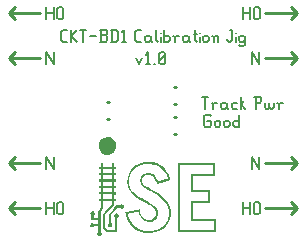
<source format=gbr>
G04 start of page 9 for group -4079 idx -4079 *
G04 Title: (unknown), topsilk *
G04 Creator: pcb 20140316 *
G04 CreationDate: Thu 02 Jul 2020 08:46:43 PM GMT UTC *
G04 For: railfan *
G04 Format: Gerber/RS-274X *
G04 PCB-Dimensions (mil): 1000.00 900.00 *
G04 PCB-Coordinate-Origin: lower left *
%MOIN*%
%FSLAX25Y25*%
%LNTOPSILK*%
%ADD27C,0.0080*%
%ADD26C,0.0100*%
%ADD25C,0.0001*%
G54D25*G36*
X32043Y3209D02*X31647Y3480D01*
X31511Y3925D01*
X31565Y4240D01*
X31761Y4490D01*
X31891Y4604D01*
Y6486D01*
X31218D01*
X30741Y6481D01*
X30545Y6464D01*
X30453Y6340D01*
X30100Y6117D01*
X29672D01*
X29373Y6307D01*
X29189Y6600D01*
X29162Y6931D01*
X29270Y7224D01*
X29487Y7446D01*
X29802Y7566D01*
X30182Y7512D01*
X30491Y7273D01*
X30556Y7175D01*
X31224D01*
X31891Y7170D01*
Y8667D01*
X29558D01*
Y9400D01*
X29553Y10127D01*
X29455Y10197D01*
X29287Y10376D01*
X29178Y10593D01*
X29189Y11027D01*
X29373Y11315D01*
X29661Y11494D01*
X29997Y11526D01*
X30290Y11423D01*
X30513Y11201D01*
X30632Y10881D01*
X30578Y10506D01*
X30339Y10197D01*
X30242Y10127D01*
Y9351D01*
X31891D01*
Y11656D01*
X32357Y12248D01*
X32829Y12839D01*
Y14906D01*
X31918D01*
Y15693D01*
X36302D01*
Y17066D01*
X33486D01*
Y15693D01*
X32829D01*
Y17066D01*
X31918D01*
Y17825D01*
X32819D01*
Y19192D01*
X33502Y19219D01*
X33497Y18557D01*
X33491Y18086D01*
X33502Y17868D01*
X33567Y17858D01*
X33790Y17847D01*
X34224Y17841D01*
X34907Y17836D01*
X36302D01*
Y19219D01*
X33502D01*
X32819Y19192D01*
X31918D01*
Y19952D01*
X32829D01*
X33486Y19979D01*
X36302D01*
Y21352D01*
X33486D01*
Y19979D01*
X32829Y19952D01*
Y21324D01*
X31918D01*
Y22084D01*
X32819D01*
X32829Y23462D01*
X33486Y23505D01*
Y22827D01*
X33491Y22344D01*
X33508Y22127D01*
X33920Y22117D01*
X34907Y22111D01*
X36291D01*
X36296Y22800D01*
Y22816D01*
X36307Y23505D01*
X33486D01*
X32829Y23462D01*
X31918D01*
Y24222D01*
X32819D01*
Y25594D01*
X33502Y25648D01*
X33497Y24992D01*
X33491Y24515D01*
X33502Y24297D01*
X33567Y24287D01*
X33790Y24276D01*
X34224Y24270D01*
X34907Y24265D01*
X36307D01*
X36296Y24959D01*
X36291Y25648D01*
X33502D01*
X32819Y25594D01*
X31918D01*
Y26354D01*
X32829D01*
Y27596D01*
X33486D01*
Y26354D01*
X36302D01*
Y27596D01*
X36991D01*
Y26354D01*
X37902D01*
Y25594D01*
X36991D01*
Y24194D01*
X37902D01*
Y23435D01*
X36991D01*
Y22041D01*
X37902D01*
Y21281D01*
X36991D01*
Y19908D01*
X37902D01*
Y19149D01*
X36991D01*
Y17755D01*
X37902D01*
Y16995D01*
X36991D01*
Y15622D01*
X37902D01*
Y14836D01*
X36991D01*
X36985Y14250D01*
Y13658D01*
X35569Y11868D01*
X34148Y10083D01*
Y6074D01*
X35124Y5097D01*
X37544D01*
Y7219D01*
X37539Y8043D01*
Y8716D01*
X37533Y9172D01*
X37528Y9334D01*
X37403Y9427D01*
X37159Y9893D01*
X37294Y10409D01*
X37870Y10718D01*
X38472Y10447D01*
X38629Y9882D01*
X38331Y9372D01*
X38233Y9302D01*
Y4414D01*
X34842D01*
X33486Y5770D01*
Y10344D01*
X34896Y12123D01*
X36302Y13903D01*
Y14841D01*
X33486D01*
Y12503D01*
X32574Y11353D01*
Y4522D01*
X32640Y4490D01*
X32819Y4321D01*
X32949Y4088D01*
X32916Y3573D01*
X32569Y3193D01*
X32303Y3133D01*
X32043Y3144D01*
Y3209D01*
G37*
G36*
X47885Y4229D02*X46067Y4571D01*
X44483Y5293D01*
X43376Y6171D01*
X42432Y7278D01*
X41570Y8841D01*
X40924Y10696D01*
X40826Y11065D01*
X43246Y11581D01*
X44179Y11781D01*
X44955Y11944D01*
X45481Y12047D01*
X45682Y12080D01*
X45736Y11868D01*
X45785Y11618D01*
X45867Y11282D01*
X46230Y10257D01*
X46745Y9432D01*
X47391Y8824D01*
X48162Y8461D01*
X48400Y8418D01*
X48796Y8401D01*
X49187Y8418D01*
X49442Y8461D01*
X50462Y9047D01*
X51021Y10083D01*
X51075Y10712D01*
X51021Y11309D01*
X51623Y11483D01*
X51661Y10067D01*
X51303Y9117D01*
X50673Y8385D01*
X49816Y7924D01*
X48780Y7756D01*
X47451Y8059D01*
X46382Y8884D01*
X45590Y10127D01*
X45389Y10653D01*
X45243Y11157D01*
X45194Y11326D01*
X45145Y11342D01*
X44993Y11315D01*
X44635Y11239D01*
X44109Y11125D01*
X43479Y10989D01*
X42329Y10745D01*
X41792Y10626D01*
X41629Y10577D01*
Y10544D01*
X41678Y10360D01*
X41803Y9991D01*
X41949Y9584D01*
X42074Y9258D01*
X43072Y7479D01*
X44358Y6150D01*
X45932Y5282D01*
X47803Y4864D01*
X48199Y4853D01*
X48747D01*
X49295Y4869D01*
X49718Y4902D01*
X51048Y5157D01*
X52209Y5591D01*
X53109Y6123D01*
X53863Y6779D01*
X54466Y7560D01*
X54932Y8466D01*
X55160Y9161D01*
X55317Y9947D01*
X55366Y10902D01*
X55317Y11836D01*
X55090Y12823D01*
X54732Y13713D01*
X54211Y14532D01*
X53527Y15313D01*
X52827Y15959D01*
X52019Y16556D01*
X50945Y17217D01*
X49453Y18047D01*
X48308Y18682D01*
X47516Y19160D01*
X46963Y19561D01*
X46534Y19963D01*
X45986Y20749D01*
X45818Y21617D01*
X45964Y22659D01*
X46398Y23473D01*
X47103Y24037D01*
X48058Y24319D01*
X48639Y24336D01*
X49214Y24270D01*
X49984Y23977D01*
X50652Y23451D01*
X51227Y22686D01*
X51721Y21666D01*
X51807Y21466D01*
X51867Y21422D01*
X52030Y21471D01*
X52409Y21574D01*
X52919Y21726D01*
X53505Y21894D01*
X54081Y22062D01*
X54580Y22214D01*
X54938Y22317D01*
X55079Y22361D01*
X55052Y22485D01*
X54965Y22762D01*
X54840Y23104D01*
X54721Y23419D01*
X54043Y24634D01*
X53153Y25638D01*
X52079Y26413D01*
X50825Y26940D01*
X49068Y27243D01*
X47147Y27157D01*
X45400Y26696D01*
X44000Y25860D01*
X43300Y25133D01*
X42758Y24249D01*
X42389Y23223D01*
X42188Y22073D01*
X42161Y21297D01*
X42199Y20587D01*
X42438Y19605D01*
X42877Y18699D01*
X43517Y17858D01*
X44380Y17066D01*
X44922Y16659D01*
X45552Y16246D01*
X46355Y15769D01*
X47440Y15161D01*
X48167Y14760D01*
X48709Y14451D01*
X49133Y14196D01*
X49507Y13957D01*
X50939Y12747D01*
X51623Y11483D01*
X51021Y11309D01*
X50424Y12378D01*
X49165Y13425D01*
X48802Y13658D01*
X48395Y13903D01*
X47879Y14196D01*
X47185Y14575D01*
X45807Y15351D01*
X44792Y15980D01*
X44017Y16545D01*
X43360Y17125D01*
X42611Y17966D01*
X42074Y18850D01*
X41656Y20033D01*
X41526Y21346D01*
X41618Y22632D01*
X41911Y23831D01*
X42671Y25355D01*
X43832Y26538D01*
X45362Y27363D01*
X47234Y27802D01*
X48693Y27884D01*
X50077Y27759D01*
X51352Y27433D01*
X52491Y26907D01*
X53630Y26061D01*
X54569Y24976D01*
X55296Y23674D01*
X55789Y22171D01*
X55849Y21916D01*
X53647Y21276D01*
X52784Y21032D01*
X52079Y20831D01*
X51601Y20701D01*
X51422Y20657D01*
X51346Y20858D01*
X51118Y21460D01*
X50858Y22035D01*
X50098Y23104D01*
X49149Y23636D01*
X48514Y23701D01*
X47863Y23652D01*
X47006Y23180D01*
X46669Y22719D01*
X46485Y22122D01*
X46447Y21639D01*
X46485Y21227D01*
X46832Y20576D01*
X47559Y19908D01*
X47912Y19664D01*
X48351Y19388D01*
X48926Y19062D01*
X49697Y18639D01*
X50565Y18167D01*
X51248Y17782D01*
X51807Y17451D01*
X52285Y17142D01*
X53511Y16214D01*
X54477Y15226D01*
X55204Y14174D01*
X55692Y13034D01*
X55968Y11662D01*
X55974Y10230D01*
X55719Y8830D01*
X55209Y7566D01*
X54412Y6448D01*
X53370Y5537D01*
X52100Y4859D01*
X50635Y4414D01*
X49257Y4240D01*
X47885Y4235D01*
Y4229D01*
G37*
G36*
X58470Y16035D02*X59110Y16040D01*
X59104Y5141D01*
X70530D01*
Y8298D01*
X62756D01*
Y14819D01*
X68441D01*
Y17988D01*
X62756D01*
Y23771D01*
X70216D01*
Y26940D01*
X59121D01*
X59110Y16040D01*
X58470Y16035D01*
Y27564D01*
X70850D01*
Y23153D01*
X63390D01*
Y18633D01*
X69071D01*
Y14223D01*
X63407D01*
X63396Y11591D01*
X63390Y8960D01*
X71154D01*
Y4522D01*
X58470D01*
Y16035D01*
G37*
G36*
X35607Y6123D02*X35325Y6312D01*
X35146Y6600D01*
X35141Y7034D01*
X35368Y7387D01*
X35499Y7479D01*
X35510Y7940D01*
X35515Y9052D01*
Y10626D01*
X36611Y12004D01*
X37701Y13387D01*
X39031D01*
X39117Y13507D01*
X39345Y13702D01*
X39497Y13767D01*
X39703Y13778D01*
X39904Y13772D01*
X40056Y13702D01*
X40278Y13512D01*
X40414Y13268D01*
X40430Y12986D01*
X40365Y12714D01*
X40089Y12427D01*
X39703Y12313D01*
X39145Y12562D01*
X39020Y12698D01*
X38032D01*
X37115Y11543D01*
X36204Y10387D01*
Y7490D01*
X36307Y7419D01*
X36567Y7023D01*
X36535Y6524D01*
X36150Y6150D01*
X35607Y6117D01*
Y6123D01*
G37*
G36*
X34441Y30282D02*X33556Y30569D01*
X32791Y31128D01*
X32243Y31860D01*
X31956Y32723D01*
X31918Y33363D01*
X31999Y33982D01*
X32309Y34747D01*
X32829Y35398D01*
X33676Y35973D01*
X34647Y36216D01*
X35656Y36129D01*
X36600Y35702D01*
X37153Y35197D01*
X37577Y34579D01*
X37810Y33895D01*
X37880Y33168D01*
X37772Y32441D01*
X37506Y31768D01*
X37099Y31220D01*
X36584Y30775D01*
X35982Y30455D01*
X35331Y30282D01*
X34880Y30260D01*
X34441Y30282D01*
G37*
G54D26*X87500Y62500D02*X98000D01*
X87500Y77500D02*X98000D01*
X87500Y27500D02*X98000D01*
X87500Y12500D02*X98000D01*
X96000Y14500D01*
X98000Y12500D02*X96000Y10500D01*
X98000Y27500D02*X96000Y29500D01*
X98000Y27500D02*X96000Y25500D01*
X98000Y62500D02*X96000Y64500D01*
X98000Y62500D02*X96000Y60500D01*
X98000Y77500D02*X96000Y79500D01*
X98000Y77500D02*X96000Y75500D01*
X2000Y27500D02*X12500D01*
X2000Y12500D02*X12500D01*
X2000D02*X4000Y14500D01*
X2000Y12500D02*X4000Y10500D01*
X2000Y27500D02*X4000Y29500D01*
X2000Y27500D02*X4000Y25500D01*
X2000Y62500D02*X12500D01*
X2000Y77500D02*X12500D01*
X2000Y62500D02*X4000Y64500D01*
X2000Y77500D02*X4000Y75500D01*
X2000Y62500D02*X4000Y60500D01*
X2000Y77500D02*X4000Y79500D01*
G54D27*X80000D02*Y75500D01*
X82500Y79500D02*Y75500D01*
X80000Y77500D02*X82500D01*
X83700Y79000D02*Y76000D01*
Y79000D02*X84200Y79500D01*
X85200D01*
X85700Y79000D01*
Y76000D01*
X85200Y75500D02*X85700Y76000D01*
X84200Y75500D02*X85200D01*
X83700Y76000D02*X84200Y75500D01*
X80000Y14500D02*Y10500D01*
X82500Y14500D02*Y10500D01*
X80000Y12500D02*X82500D01*
X83700Y14000D02*Y11000D01*
Y14000D02*X84200Y14500D01*
X85200D01*
X85700Y14000D01*
Y11000D01*
X85200Y10500D02*X85700Y11000D01*
X84200Y10500D02*X85200D01*
X83700Y11000D02*X84200Y10500D01*
X83000Y64500D02*Y60500D01*
Y64500D02*X85500Y60500D01*
Y64500D02*Y60500D01*
X83000Y29500D02*Y25500D01*
Y29500D02*X85500Y25500D01*
Y29500D02*Y25500D01*
X20200Y68000D02*X21500D01*
X19500Y68700D02*X20200Y68000D01*
X19500Y71300D02*Y68700D01*
Y71300D02*X20200Y72000D01*
X21500D01*
X22700D02*Y68000D01*
Y70000D02*X24700Y72000D01*
X22700Y70000D02*X24700Y68000D01*
X25900Y72000D02*X27900D01*
X26900D02*Y68000D01*
X29100Y70000D02*X31100D01*
X32300Y68000D02*X34300D01*
X34800Y68500D01*
Y69700D02*Y68500D01*
X34300Y70200D02*X34800Y69700D01*
X32800Y70200D02*X34300D01*
X32800Y72000D02*Y68000D01*
X32300Y72000D02*X34300D01*
X34800Y71500D01*
Y70700D01*
X34300Y70200D02*X34800Y70700D01*
X36500Y72000D02*Y68000D01*
X37800Y72000D02*X38500Y71300D01*
Y68700D01*
X37800Y68000D02*X38500Y68700D01*
X36000Y68000D02*X37800D01*
X36000Y72000D02*X37800D01*
X39700Y71200D02*X40500Y72000D01*
Y68000D01*
X39700D02*X41200D01*
X44900D02*X46200D01*
X44200Y68700D02*X44900Y68000D01*
X44200Y71300D02*Y68700D01*
Y71300D02*X44900Y72000D01*
X46200D01*
X48900Y70000D02*X49400Y69500D01*
X47900Y70000D02*X48900D01*
X47400Y69500D02*X47900Y70000D01*
X47400Y69500D02*Y68500D01*
X47900Y68000D01*
X49400Y70000D02*Y68500D01*
X49900Y68000D01*
X47900D02*X48900D01*
X49400Y68500D01*
X51100Y72000D02*Y68500D01*
X51600Y68000D01*
X52600Y71000D02*Y70900D01*
Y69500D02*Y68000D01*
X53600Y72000D02*Y68000D01*
Y68500D02*X54100Y68000D01*
X55100D01*
X55600Y68500D01*
Y69500D02*Y68500D01*
X55100Y70000D02*X55600Y69500D01*
X54100Y70000D02*X55100D01*
X53600Y69500D02*X54100Y70000D01*
X57300Y69500D02*Y68000D01*
Y69500D02*X57800Y70000D01*
X58800D01*
X56800D02*X57300Y69500D01*
X61500Y70000D02*X62000Y69500D01*
X60500Y70000D02*X61500D01*
X60000Y69500D02*X60500Y70000D01*
X60000Y69500D02*Y68500D01*
X60500Y68000D01*
X62000Y70000D02*Y68500D01*
X62500Y68000D01*
X60500D02*X61500D01*
X62000Y68500D01*
X64200Y72000D02*Y68500D01*
X64700Y68000D01*
X63700Y70500D02*X64700D01*
X65700Y71000D02*Y70900D01*
Y69500D02*Y68000D01*
X66700Y69500D02*Y68500D01*
Y69500D02*X67200Y70000D01*
X68200D01*
X68700Y69500D01*
Y68500D01*
X68200Y68000D02*X68700Y68500D01*
X67200Y68000D02*X68200D01*
X66700Y68500D02*X67200Y68000D01*
X70400Y69500D02*Y68000D01*
Y69500D02*X70900Y70000D01*
X71400D01*
X71900Y69500D01*
Y68000D01*
X69900Y70000D02*X70400Y69500D01*
X75600Y72000D02*X76400D01*
Y68500D01*
X75900Y68000D02*X76400Y68500D01*
X75400Y68000D02*X75900D01*
X74900Y68500D02*X75400Y68000D01*
X74900Y69000D02*Y68500D01*
X77600Y71000D02*Y70900D01*
Y69500D02*Y68000D01*
X80100Y70000D02*X80600Y69500D01*
X79100Y70000D02*X80100D01*
X78600Y69500D02*X79100Y70000D01*
X78600Y69500D02*Y68500D01*
X79100Y68000D01*
X80100D01*
X80600Y68500D01*
X78600Y67000D02*X79100Y66500D01*
X80100D01*
X80600Y67000D01*
Y70000D02*Y67000D01*
X14500Y79500D02*Y75500D01*
X17000Y79500D02*Y75500D01*
X14500Y77500D02*X17000D01*
X18200Y79000D02*Y76000D01*
Y79000D02*X18700Y79500D01*
X19700D01*
X20200Y79000D01*
Y76000D01*
X19700Y75500D02*X20200Y76000D01*
X18700Y75500D02*X19700D01*
X18200Y76000D02*X18700Y75500D01*
X14500Y64500D02*Y60500D01*
Y64500D02*X17000Y60500D01*
Y64500D02*Y60500D01*
X44500Y62500D02*X45500Y60500D01*
X46500Y62500D02*X45500Y60500D01*
X47700Y63700D02*X48500Y64500D01*
Y60500D01*
X47700D02*X49200D01*
X50400D02*X50900D01*
X52100Y61000D02*X52600Y60500D01*
X52100Y64000D02*Y61000D01*
Y64000D02*X52600Y64500D01*
X53600D01*
X54100Y64000D01*
Y61000D01*
X53600Y60500D02*X54100Y61000D01*
X52600Y60500D02*X53600D01*
X52100Y61500D02*X54100Y63500D01*
X66500Y49530D02*X68440D01*
X67470D02*Y45650D01*
X70089Y47105D02*Y45650D01*
Y47105D02*X70574Y47590D01*
X71544D01*
X69604D02*X70089Y47105D01*
X74163Y47590D02*X74648Y47105D01*
X73193Y47590D02*X74163D01*
X72708Y47105D02*X73193Y47590D01*
X72708Y47105D02*Y46135D01*
X73193Y45650D01*
X74648Y47590D02*Y46135D01*
X75133Y45650D01*
X73193D02*X74163D01*
X74648Y46135D01*
X76782Y47590D02*X78237D01*
X76297Y47105D02*X76782Y47590D01*
X76297Y47105D02*Y46135D01*
X76782Y45650D01*
X78237D01*
X79401Y49530D02*Y45650D01*
Y47105D02*X80856Y45650D01*
X79401Y47105D02*X80371Y48075D01*
X84251Y49530D02*Y45650D01*
X83766Y49530D02*X85706D01*
X86191Y49045D01*
Y48075D01*
X85706Y47590D02*X86191Y48075D01*
X84251Y47590D02*X85706D01*
X87355D02*Y46135D01*
X87840Y45650D01*
X88325D01*
X88810Y46135D01*
Y47590D02*Y46135D01*
X89295Y45650D01*
X89780D01*
X90265Y46135D01*
Y47590D02*Y46135D01*
X91914Y47105D02*Y45650D01*
Y47105D02*X92399Y47590D01*
X93369D01*
X91429D02*X91914Y47105D01*
X14500Y14500D02*Y10500D01*
X17000Y14500D02*Y10500D01*
X14500Y12500D02*X17000D01*
X18200Y14000D02*Y11000D01*
Y14000D02*X18700Y14500D01*
X19700D01*
X20200Y14000D01*
Y11000D01*
X19700Y10500D02*X20200Y11000D01*
X18700Y10500D02*X19700D01*
X18200Y11000D02*X18700Y10500D01*
X14500Y29500D02*Y25500D01*
Y29500D02*X17000Y25500D01*
Y29500D02*Y25500D01*
X68940Y43530D02*X69425Y43045D01*
X67485Y43530D02*X68940D01*
X67000Y43045D02*X67485Y43530D01*
X67000Y43045D02*Y40135D01*
X67485Y39650D01*
X68940D01*
X69425Y40135D01*
Y41105D02*Y40135D01*
X68940Y41590D02*X69425Y41105D01*
X67970Y41590D02*X68940D01*
X70589Y41105D02*Y40135D01*
Y41105D02*X71074Y41590D01*
X72044D01*
X72529Y41105D01*
Y40135D01*
X72044Y39650D02*X72529Y40135D01*
X71074Y39650D02*X72044D01*
X70589Y40135D02*X71074Y39650D01*
X73693Y41105D02*Y40135D01*
Y41105D02*X74178Y41590D01*
X75148D01*
X75633Y41105D01*
Y40135D01*
X75148Y39650D02*X75633Y40135D01*
X74178Y39650D02*X75148D01*
X73693Y40135D02*X74178Y39650D01*
X78737Y43530D02*Y39650D01*
X78252D02*X78737Y40135D01*
X77282Y39650D02*X78252D01*
X76797Y40135D02*X77282Y39650D01*
X76797Y41105D02*Y40135D01*
Y41105D02*X77282Y41590D01*
X78252D01*
X78737Y41105D01*
G54D26*X34607Y47755D02*X35393D01*
X34607Y42245D02*X35393D01*
X57107Y52755D02*X57893D01*
X57107Y47245D02*X57893D01*
X57107Y42755D02*X57893D01*
X57107Y37245D02*X57893D01*
M02*

</source>
